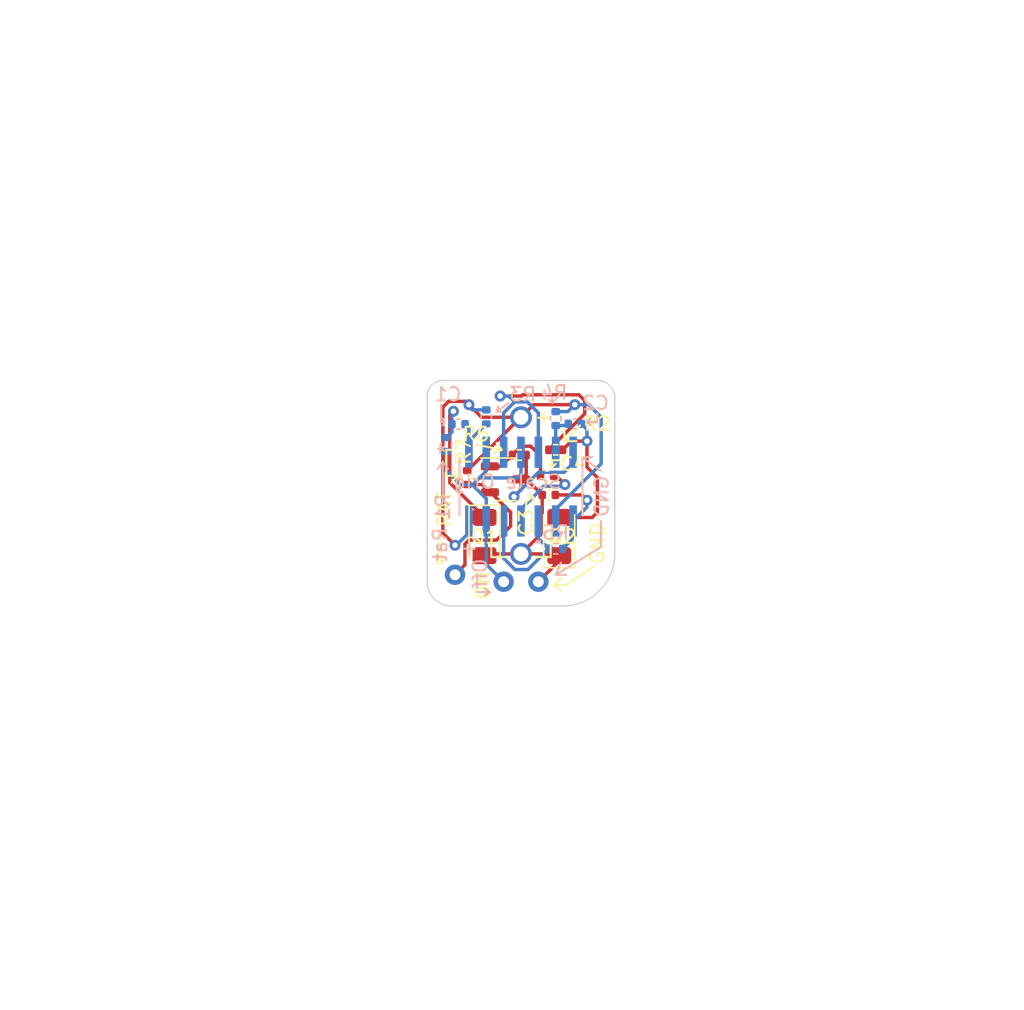
<source format=kicad_pcb>
(kicad_pcb (version 20221018) (generator pcbnew)
  (layers (0 "F.Cu" signal) (31 "B.Cu" signal) (34 "B.Paste" user) (35 "F.Paste" user) (36 "B.SilkS" user "B.Silkscreen") (37 "F.SilkS" user "F.Silkscreen") (38 "B.Mask" user) (39 "F.Mask" user) (44 "Edge.Cuts" user))
  (net 0 "")
  (net 1 "Net-(Q1-C)")
  (net 2 "Net-(C1-Pad2)")
  (net 3 "Net-(Q2-E)")
  (net 4 "Net-(C2-Pad2)")
  (net 5 "0")
  (net 6 "Net-(C3-Pad2)")
  (net 7 "Net-(C4-Pad1)")
  (net 8 "Net-(Q3-B)")
  (net 9 "Net-(Q3-C)")
  (net 10 "Net-(R1-Pad1)")
  (net 11 "Net-(R2-Pad2)")
  (net 12 "+3.3V")
  (net 13 "Net-(R5-Pad2)")
  (footprint "Resistor_SMD:R_0402_1005Metric" (layer "F.Cu") (at 117.983 104.521)
    (fp_text reference "R6" (at -3.175 -1.524) (layer "F.SilkS"))
    (fp_text value "330k")
    (fp_line (start -0.153641 -0.38) (end 0.153641 -0.38) (stroke (width 0.12)) (layer "F.SilkS"))
    (fp_line (start -0.153641 0.38) (end 0.153641 0.38) (stroke (width 0.12)) (layer "F.SilkS"))
    (pad "1" smd roundrect (at -0.51 0) (size 0.54 0.64) (layers "F.Cu" "F.Paste" "F.Mask") (net 8 "Net-(Q3-B)"))
    (pad "2" smd roundrect (at 0.51 0) (size 0.54 0.64) (layers "F.Cu" "F.Paste" "F.Mask") (net 5 "0"))
  )
  (footprint "Library:Small Mounting Hole" (layer "F.Cu") (at 113.284 113.284)
    (fp_text reference "RAT" (at -0.762 -4.826 90) (layer "F.SilkS"))
    (fp_text value "TestPoint")
    (pad "1" thru_hole circle (at 0 0) (size 1.2 1.2) (drill 0.8) (layers "*.Cu" "*.Mask") (net 9 "Net-(Q3-C)"))
    (pad "1" connect circle (at 0 0) (size 1.4 1.4) (layers "F.Cu" "F.Mask") (net 9 "Net-(Q3-C)"))
    (pad "1" connect circle (at 0 0) (size 1.5 1.5) (layers "B.Cu" "B.Mask") (net 9 "Net-(Q3-C)"))
  )
  (footprint "Resistor_SMD:R_0402_1005Metric" (layer "F.Cu") (at 120.65 104.14 180)
    (fp_text reference "R2" (at -3.048 1.905) (layer "F.SilkS"))
    (fp_text value "82k")
    (fp_line (start -0.153641 -0.38) (end 0.153641 -0.38) (stroke (width 0.12)) (layer "F.SilkS"))
    (fp_line (start -0.153641 0.38) (end 0.153641 0.38) (stroke (width 0.12)) (layer "F.SilkS"))
    (pad "1" smd roundrect (at -0.51 0 180) (size 0.54 0.64) (layers "F.Cu" "F.Paste" "F.Mask") (net 3 "Net-(Q2-E)"))
    (pad "2" smd roundrect (at 0.51 0 180) (size 0.54 0.64) (layers "F.Cu" "F.Paste" "F.Mask") (net 11 "Net-(R2-Pad2)"))
  )
  (footprint "Capacitor_SMD:C_0402_1005Metric" (layer "F.Cu") (at 120.142 107.442)
    (fp_text reference "C3" (at -1.651 2.032 90) (layer "F.SilkS"))
    (fp_text value "1u")
    (fp_line (start -0.107836 -0.36) (end 0.107836 -0.36) (stroke (width 0.12)) (layer "F.SilkS"))
    (fp_line (start -0.107836 0.36) (end 0.107836 0.36) (stroke (width 0.12)) (layer "F.SilkS"))
    (pad "1" smd roundrect (at -0.48 0) (size 0.56 0.62) (layers "F.Cu" "F.Paste" "F.Mask") (net 5 "0"))
    (pad "2" smd roundrect (at 0.48 0) (size 0.56 0.62) (layers "F.Cu" "F.Paste" "F.Mask") (net 6 "Net-(C3-Pad2)"))
  )
  (footprint "Capacitor_SMD:C_0402_1005Metric" (layer "F.Cu") (at 120.015 106.045 180)
    (fp_text reference "C4" (at -1.905 0.889) (layer "F.SilkS"))
    (fp_text value "10n")
    (fp_line (start -0.107836 -0.36) (end 0.107836 -0.36) (stroke (width 0.12)) (layer "F.SilkS"))
    (fp_line (start -0.107836 0.36) (end 0.107836 0.36) (stroke (width 0.12)) (layer "F.SilkS"))
    (pad "1" smd roundrect (at -0.48 0 180) (size 0.56 0.62) (layers "F.Cu" "F.Paste" "F.Mask") (net 7 "Net-(C4-Pad1)"))
    (pad "2" smd roundrect (at 0.48 0 180) (size 0.56 0.62) (layers "F.Cu" "F.Paste" "F.Mask") (net 8 "Net-(Q3-B)"))
  )
  (footprint "LED_SMD:LED_1206_3216Metric" (layer "F.Cu") (at 115.443 110.487 -90)
    (fp_text reference "Q1" (at 0.003 0 -180) (layer "F.SilkS"))
    (fp_text value "Q_Photo_NPN")
    (fp_line (start -2.285 -1.135) (end -2.285 1.135) (stroke (width 0.12)) (layer "F.SilkS"))
    (fp_line (start -2.285 1.135) (end 1.6 1.135) (stroke (width 0.12)) (layer "F.SilkS"))
    (fp_line (start 1.6 -1.135) (end -2.285 -1.135) (stroke (width 0.12)) (layer "F.SilkS"))
    (pad "1" smd roundrect (at -1.4 0 270) (size 1.25 1.75) (layers "F.Cu" "F.Paste" "F.Mask") (roundrect_rratio 0.2) (net 1 "Net-(Q1-C)"))
    (pad "2" smd roundrect (at 1.4 0 270) (size 1.25 1.75) (layers "F.Cu" "F.Paste" "F.Mask") (roundrect_rratio 0.2) (net 5 "0"))
  )
  (footprint "Library:Small Mounting Hole" (layer "F.Cu") (at 116.84 113.792)
    (fp_text reference "ON" (at -1.524 0.254 90) (layer "F.SilkS"))
    (fp_text value "TestPoint")
    (pad "1" thru_hole circle (at 0 0) (size 1.2 1.2) (drill 0.8) (layers "*.Cu" "*.Mask") (net 10 "Net-(R1-Pad1)"))
    (pad "1" connect circle (at 0 0) (size 1.4 1.4) (layers "F.Cu" "F.Mask") (net 10 "Net-(R1-Pad1)"))
    (pad "1" connect circle (at 0 0) (size 1.5 1.5) (layers "B.Cu" "B.Mask") (net 10 "Net-(R1-Pad1)"))
  )
  (footprint "Package_TO_SOT_SMD:SOT-23-3" (layer "F.Cu") (at 116.9725 106.299)
    (fp_text reference "Q3" hide)
    (fp_text value "Q_NPN_BCE")
    (fp_line (start 0 -1.56) (end -1.8 -1.56) (stroke (width 0.12)) (layer "F.SilkS"))
    (fp_line (start 0 -1.56) (end 0.8 -1.56) (stroke (width 0.12)) (layer "F.SilkS"))
    (fp_line (start 0 1.56) (end -0.8 1.56) (stroke (width 0.12)) (layer "F.SilkS"))
    (fp_line (start 0 1.56) (end 0.8 1.56) (stroke (width 0.12)) (layer "F.SilkS"))
    (pad "1" smd roundrect (at -1.1375 -0.95) (size 1.325 0.6) (layers "F.Cu" "F.Paste" "F.Mask") (net 8 "Net-(Q3-B)"))
    (pad "2" smd roundrect (at -1.1375 0.95) (size 1.325 0.6) (layers "F.Cu" "F.Paste" "F.Mask") (net 9 "Net-(Q3-C)"))
    (pad "3" smd roundrect (at 1.1375 0) (size 1.325 0.6) (layers "F.Cu" "F.Paste" "F.Mask") (net 5 "0"))
  )
  (footprint "Resistor_SMD:R_0402_1005Metric" (layer "F.Cu") (at 114.173 106.172 -90)
    (fp_text reference "R7" (at -1.905 0.254 90) (layer "F.SilkS"))
    (fp_text value "33k")
    (fp_line (start -0.153641 -0.38) (end 0.153641 -0.38) (stroke (width 0.12)) (layer "F.SilkS"))
    (fp_line (start -0.153641 0.38) (end 0.153641 0.38) (stroke (width 0.12)) (layer "F.SilkS"))
    (pad "1" smd roundrect (at -0.51 0 270) (size 0.54 0.64) (layers "F.Cu" "F.Paste" "F.Mask") (net 12 "+3.3V"))
    (pad "2" smd roundrect (at 0.51 0 270) (size 0.54 0.64) (layers "F.Cu" "F.Paste" "F.Mask") (net 9 "Net-(Q3-C)"))
  )
  (footprint "Library:Small Mounting Hole" (layer "F.Cu") (at 119.38 113.792)
    (fp_text reference "GND" (at 4.318 -2.794 90) (layer "F.SilkS"))
    (fp_text value "TestPoint")
    (pad "1" thru_hole circle (at 0 0) (size 1.2 1.2) (drill 0.8) (layers "*.Cu" "*.Mask") (net 5 "0"))
    (pad "1" connect circle (at 0 0) (size 1.4 1.4) (layers "F.Cu" "F.Mask") (net 5 "0"))
    (pad "1" connect circle (at 0 0) (size 1.5 1.5) (layers "B.Cu" "B.Mask") (net 5 "0"))
  )
  (footprint "LED_SMD:LED_1206_3216Metric" (layer "F.Cu") (at 120.904 110.49 90)
    (fp_text reference "Q2" (at 0 0.254 180) (layer "F.SilkS"))
    (fp_text value "Q_Photo_NPN")
    (fp_line (start -2.285 -1.135) (end -2.285 1.135) (stroke (width 0.12)) (layer "F.SilkS"))
    (fp_line (start -2.285 1.135) (end 1.6 1.135) (stroke (width 0.12)) (layer "F.SilkS"))
    (fp_line (start 1.6 -1.135) (end -2.285 -1.135) (stroke (width 0.12)) (layer "F.SilkS"))
    (pad "1" smd roundrect (at -1.4 0 90) (size 1.25 1.75) (layers "F.Cu" "F.Paste" "F.Mask") (roundrect_rratio 0.2) (net 5 "0"))
    (pad "2" smd roundrect (at 1.4 0 90) (size 1.25 1.75) (layers "F.Cu" "F.Paste" "F.Mask") (roundrect_rratio 0.2) (net 3 "Net-(Q2-E)"))
  )
  (footprint "Library:BR1225A&slash_HBN_PAN" (layer "F.Cu") (at 118.11 101.76)
    (fp_text reference "+" (at 1.651 -0.033 unlocked) (layer "F.SilkS"))
    (fp_text value "Battery")
    (fp_line (start -2.1717 8.479827) (end -2.1717 10.227005) (stroke (width 0.1524)) (layer "F.SilkS"))
    (fp_line (start -2.1717 10.227005) (end -1.109863 10.227005) (stroke (width 0.1524)) (layer "F.SilkS"))
    (fp_line (start 1.109863 10.227005) (end 2.1717 10.227005) (stroke (width 0.1524)) (layer "F.SilkS"))
    (fp_line (start 2.1717 10.227005) (end 2.1717 8.479827) (stroke (width 0.1524)) (layer "F.SilkS"))
    (pad "1" thru_hole circle (at 0 0) (size 1.6002 1.6002) (drill 1.0922) (layers "*.Cu" "*.Mask") (net 12 "+3.3V"))
    (pad "2" thru_hole circle (at 0 10) (size 1.6002 1.6002) (drill 1.0922) (layers "*.Cu" "*.Mask") (net 5 "0"))
  )
  (footprint "Capacitor_SMD:C_0402_1005Metric" (layer "B.Cu") (at 122.047 102.235 180)
    (fp_text reference "C2" (at -1.524 1.524) (layer "B.SilkS") (effects (justify mirror)))
    (fp_text value "100p")
    (fp_line (start -0.107836 -0.36) (end 0.107836 -0.36) (stroke (width 0.12)) (layer "B.SilkS"))
    (fp_line (start -0.107836 0.36) (end 0.107836 0.36) (stroke (width 0.12)) (layer "B.SilkS"))
    (pad "1" smd roundrect (at -0.48 0 180) (size 0.56 0.62) (layers "B.Cu" "B.Paste" "B.Mask") (net 3 "Net-(Q2-E)"))
    (pad "2" smd roundrect (at 0.48 0 180) (size 0.56 0.62) (layers "B.Cu" "B.Paste" "B.Mask") (net 4 "Net-(C2-Pad2)"))
  )
  (footprint "Capacitor_SMD:C_0402_1005Metric" (layer "B.Cu") (at 113.538 102.2604)
    (fp_text reference "C1" (at -0.762 -2.1844) (layer "B.SilkS") (effects (justify mirror)))
    (fp_text value "100p")
    (fp_line (start -0.107836 -0.36) (end 0.107836 -0.36) (stroke (width 0.12)) (layer "B.SilkS"))
    (fp_line (start -0.107836 0.36) (end 0.107836 0.36) (stroke (width 0.12)) (layer "B.SilkS"))
    (pad "1" smd roundrect (at -0.48 0) (size 0.56 0.62) (layers "B.Cu" "B.Paste" "B.Mask") (net 1 "Net-(Q1-C)"))
    (pad "2" smd roundrect (at 0.48 0) (size 0.56 0.62) (layers "B.Cu" "B.Paste" "B.Mask") (net 2 "Net-(C1-Pad2)"))
  )
  (footprint "Resistor_SMD:R_0402_1005Metric" (layer "B.Cu") (at 120.65 101.854 -90)
    (fp_text reference "R4" (at -1.905 0.127 -180) (layer "B.SilkS") (effects (justify mirror)))
    (fp_text value "2.2M")
    (fp_line (start -0.153641 -0.38) (end 0.153641 -0.38) (stroke (width 0.12)) (layer "B.SilkS"))
    (fp_line (start -0.153641 0.38) (end 0.153641 0.38) (stroke (width 0.12)) (layer "B.SilkS"))
    (pad "1" smd roundrect (at -0.51 0 270) (size 0.54 0.64) (layers "B.Cu" "B.Paste" "B.Mask") (net 12 "+3.3V"))
    (pad "2" smd roundrect (at 0.51 0 270) (size 0.54 0.64) (layers "B.Cu" "B.Paste" "B.Mask") (net 4 "Net-(C2-Pad2)"))
  )
  (footprint "Library:CD4093_SOIC" (layer "B.Cu") (at 118.11 106.8324 -90)
    (fp_text reference "U1" hide)
    (fp_text value "HEF4093B")
    (fp_text user "*" (at -2.7686 5.5118 90 unlocked) (layer "B.SilkS") (effects (justify mirror)))
    (fp_text user "*" (at -2.7686 5.5118 90) (layer "B.SilkS") (effects (justify mirror)))
    (fp_line (start -2.1209 -4.4958) (end 2.1209 -4.4958) (stroke (width 0.1524)) (layer "B.SilkS"))
    (fp_line (start 2.1209 4.4958) (end -2.1209 4.4958) (stroke (width 0.1524)) (layer "B.SilkS"))
    (fp_poly (pts (xy 4.1656 -1.0795) (xy 4.1656 -1.4605) (xy 3.9116 -1.4605) (xy 3.9116 -1.0795)) (fill solid) (layer "B.SilkS"))
    (pad "1" smd rect (at -2.5146 3.81 270) (size 2.286 0.5588) (layers "B.Cu" "B.Paste" "B.Mask") (net 2 "Net-(C1-Pad2)"))
    (pad "2" smd rect (at -2.5146 2.54 270) (size 2.286 0.5588) (layers "B.Cu" "B.Paste" "B.Mask") (net 10 "Net-(R1-Pad1)"))
    (pad "3" smd rect (at -2.5146 1.27 270) (size 2.286 0.5588) (layers "B.Cu" "B.Paste" "B.Mask") (net 11 "Net-(R2-Pad2)"))
    (pad "4" smd rect (at -2.5146 0 270) (size 2.286 0.5588) (layers "B.Cu" "B.Paste" "B.Mask") (net 10 "Net-(R1-Pad1)"))
    (pad "5" smd rect (at -2.5146 -1.27 270) (size 2.286 0.5588) (layers "B.Cu" "B.Paste" "B.Mask") (net 11 "Net-(R2-Pad2)"))
    (pad "6" smd rect (at -2.5146 -2.54 270) (size 2.286 0.5588) (layers "B.Cu" "B.Paste" "B.Mask") (net 4 "Net-(C2-Pad2)"))
    (pad "7" smd rect (at -2.5146 -3.81 270) (size 2.286 0.5588) (layers "B.Cu" "B.Paste" "B.Mask") (net 5 "0"))
    (pad "8" smd rect (at 2.5146 -3.81 270) (size 2.286 0.5588) (layers "B.Cu" "B.Paste" "B.Mask") (net 6 "Net-(C3-Pad2)"))
    (pad "9" smd rect (at 2.5146 -2.54 270) (size 2.286 0.5588) (layers "B.Cu" "B.Paste" "B.Mask") (net 12 "+3.3V"))
    (pad "10" smd rect (at 2.5146 -1.27 270) (size 2.286 0.5588) (layers "B.Cu" "B.Paste" "B.Mask") (net 13 "Net-(R5-Pad2)"))
    (pad "11" smd rect (at 2.5146 0 270) (size 2.286 0.5588) (layers "B.Cu" "B.Paste" "B.Mask") (net 7 "Net-(C4-Pad1)"))
    (pad "12" smd rect (at 2.5146 1.27 270) (size 2.286 0.5588) (layers "B.Cu" "B.Paste" "B.Mask") (net 13 "Net-(R5-Pad2)"))
    (pad "13" smd rect (at 2.5146 2.54 270) (size 2.286 0.5588) (layers "B.Cu" "B.Paste" "B.Mask") (net 10 "Net-(R1-Pad1)"))
    (pad "14" smd rect (at 2.5146 3.81 270) (size 2.286 0.5588) (layers "B.Cu" "B.Paste" "B.Mask") (net 12 "+3.3V"))
  )
  (footprint "Resistor_SMD:R_0402_1005Metric" (layer "B.Cu") (at 112.649 103.759 90)
    (fp_text reference "R1" (at -4.572 -0.254 90) (layer "B.SilkS") (effects (justify mirror)))
    (fp_text value "82k")
    (fp_line (start -0.153641 -0.38) (end 0.153641 -0.38) (stroke (width 0.12)) (layer "B.SilkS"))
    (fp_line (start -0.153641 0.38) (end 0.153641 0.38) (stroke (width 0.12)) (layer "B.SilkS"))
    (pad "1" smd roundrect (at -0.51 0 90) (size 0.54 0.64) (layers "B.Cu" "B.Paste" "B.Mask") (net 10 "Net-(R1-Pad1)"))
    (pad "2" smd roundrect (at 0.51 0 90) (size 0.54 0.64) (layers "B.Cu" "B.Paste" "B.Mask") (net 1 "Net-(Q1-C)"))
  )
  (footprint "Resistor_SMD:R_0402_1005Metric" (layer "B.Cu") (at 115.57 101.727 90)
    (fp_text reference "R3" (at 1.651 2.667 180) (layer "B.SilkS") (effects (justify mirror)))
    (fp_text value "2.2M")
    (fp_line (start -0.153641 -0.38) (end 0.153641 -0.38) (stroke (width 0.12)) (layer "B.SilkS"))
    (fp_line (start -0.153641 0.38) (end 0.153641 0.38) (stroke (width 0.12)) (layer "B.SilkS"))
    (pad "1" smd roundrect (at -0.51 0 90) (size 0.54 0.64) (layers "B.Cu" "B.Paste" "B.Mask") (net 2 "Net-(C1-Pad2)"))
    (pad "2" smd roundrect (at 0.51 0 90) (size 0.54 0.64) (layers "B.Cu" "B.Paste" "B.Mask") (net 12 "+3.3V"))
  )
  (footprint "Resistor_SMD:R_0402_1005Metric" (layer "B.Cu") (at 120.65 111.379 180)
    (fp_text reference "R5" (at 0 1.17) (layer "B.SilkS") (effects (justify mirror)))
    (fp_text value "180k")
    (fp_line (start -0.153641 -0.38) (end 0.153641 -0.38) (stroke (width 0.12)) (layer "B.SilkS"))
    (fp_line (start -0.153641 0.38) (end 0.153641 0.38) (stroke (width 0.12)) (layer "B.SilkS"))
    (pad "1" smd roundrect (at -0.51 0 180) (size 0.54 0.64) (layers "B.Cu" "B.Paste" "B.Mask") (net 6 "Net-(C3-Pad2)"))
    (pad "2" smd roundrect (at 0.51 0 180) (size 0.54 0.64) (layers "B.Cu" "B.Paste" "B.Mask") (net 13 "Net-(R5-Pad2)"))
  )
  (gr_line (start 120.65 113.284) (end 121.412 113.284) (stroke (width 0.15)) (layer "B.SilkS"))
  (gr_line (start 112.395 105.029) (end 112.776 105.537) (stroke (width 0.15)) (layer "B.SilkS"))
  (gr_line (start 112.268 102.108) (end 112.522 102.108) (stroke (width 0.15)) (layer "B.SilkS"))
  (gr_line (start 116.459 100.965) (end 116.332 101.346) (stroke (width 0.15)) (layer "B.SilkS"))
  (gr_line (start 120.396 100.711) (end 120.65 100.457) (stroke (width 0.15)) (layer "B.SilkS"))
  (gr_line (start 123.952 105.664) (end 122.6058 104.7115) (stroke (width 0.15)) (layer "B.SilkS"))
  (gr_line (start 112.395 107.442) (end 112.395 105.029) (stroke (width 0.15)) (layer "B.SilkS"))
  (gr_line (start 112.522 102.108) (end 112.395 101.854) (stroke (width 0.15)) (layer "B.SilkS"))
  (gr_line (start 122.6058 104.7115) (end 123.317 104.648) (stroke (width 0.15)) (layer "B.SilkS"))
  (gr_line (start 114.935 114.554) (end 115.824 114.554) (stroke (width 0.15)) (layer "B.SilkS"))
  (gr_line (start 123.952 109.347) (end 123.952 111.252) (stroke (width 0.15)) (layer "B.SilkS"))
  (gr_line (start 122.936 102.108) (end 123.19 102.362) (stroke (width 0.15)) (layer "B.SilkS"))
  (gr_line (start 123.698 102.108) (end 122.936 102.108) (stroke (width 0.15)) (layer "B.SilkS"))
  (gr_line (start 120.65 113.284) (end 121.031 112.395) (stroke (width 0.15)) (layer "B.SilkS"))
  (gr_line (start 112.395 105.029) (end 112.014 105.537) (stroke (width 0.15)) (layer "B.SilkS"))
  (gr_line (start 116.332 101.346) (end 116.713 101.346) (stroke (width 0.15)) (layer "B.SilkS"))
  (gr_line (start 122.936 102.108) (end 123.19 101.854) (stroke (width 0.15)) (layer "B.SilkS"))
  (gr_line (start 120.396 100.711) (end 120.396 100.33) (stroke (width 0.15)) (layer "B.SilkS"))
  (gr_line (start 115.824 114.554) (end 115.443 114.3) (stroke (width 0.15)) (layer "B.SilkS"))
  (gr_line (start 115.824 114.554) (end 115.443 114.808) (stroke (width 0.15)) (layer "B.SilkS"))
  (gr_line (start 120.396 100.711) (end 120.142 100.457) (stroke (width 0.15)) (layer "B.SilkS"))
  (gr_line (start 112.522 102.108) (end 112.395 102.362) (stroke (width 0.15)) (layer "B.SilkS"))
  (gr_line (start 116.332 101.346) (end 116.459 100.965) (stroke (width 0.15)) (layer "B.SilkS"))
  (gr_line (start 117.221 100.711) (end 116.332 101.346) (stroke (width 0.15)) (layer "B.SilkS"))
  (gr_line (start 112.268 100.838) (end 112.268 102.108) (stroke (width 0.15)) (layer "B.SilkS"))
  (gr_line (start 123.952 111.252) (end 120.65 113.284) (stroke (width 0.15)) (layer "B.SilkS"))
  (gr_line (start 123.698 101.473) (end 123.698 102.108) (stroke (width 0.15)) (layer "B.SilkS"))
  (gr_line (start 123.19 101.854) (end 122.936 102.108) (stroke (width 0.15)) (layer "B.SilkS"))
  (gr_line (start 114.808 103.759) (end 116.713 104.14) (stroke (width 0.15)) (layer "F.SilkS"))
  (gr_line (start 112.141 112.141) (end 112.395 112.395) (stroke (width 0.15)) (layer "F.SilkS"))
  (gr_line (start 120.523 114.046) (end 121.031 113.538) (stroke (width 0.15)) (layer "F.SilkS"))
  (gr_line (start 118.999 107.569) (end 118.618 107.442) (stroke (width 0.15)) (layer "F.SilkS"))
  (gr_line (start 112.395 112.395) (end 112.395 111.887) (stroke (width 0.15)) (layer "F.SilkS"))
  (gr_line (start 120.396 105.41) (end 120.142 105.156) (stroke (width 0.15)) (layer "F.SilkS"))
  (gr_line (start 118.999 107.569) (end 118.999 107.95) (stroke (width 0.15)) (layer "F.SilkS"))
  (gr_line (start 113.411 106.045) (end 113.157 105.537) (stroke (width 0.15)) (layer "F.SilkS"))
  (gr_line (start 120.523 114.046) (end 121.031 114.427) (stroke (width 0.15)) (layer "F.SilkS"))
  (gr_line (start 123.444 112.649) (end 121.412 114.046) (stroke (width 0.15)) (layer "F.SilkS"))
  (gr_line (start 121.285 103.505) (end 121.285 102.616) (stroke (width 0.15)) (layer "F.SilkS"))
  (gr_line (start 118.491 108.331) (end 118.491 107.95) (stroke (width 0.15)) (layer "F.SilkS"))
  (gr_line (start 118.491 107.95) (end 118.999 107.569) (stroke (width 0.15)) (layer "F.SilkS"))
  (gr_line (start 112.141 110.109) (end 112.141 112.141) (stroke (width 0.15)) (layer "F.SilkS"))
  (gr_line (start 121.412 114.046) (end 120.523 114.046) (stroke (width 0.15)) (layer "F.SilkS"))
  (gr_line (start 112.649 104.14) (end 113.03 104.14) (stroke (width 0.15)) (layer "F.SilkS"))
  (gr_line (start 112.649 106.045) (end 113.411 106.045) (stroke (width 0.15)) (layer "F.SilkS"))
  (gr_line (start 113.411 106.045) (end 113.03 106.553) (stroke (width 0.15)) (layer "F.SilkS"))
  (gr_line (start 120.396 104.902) (end 120.904 104.902) (stroke (width 0.15)) (layer "F.SilkS"))
  (gr_line (start 116.713 104.14) (end 116.078 104.394) (stroke (width 0.15)) (layer "F.SilkS"))
  (gr_line (start 112.395 112.395) (end 111.887 112.395) (stroke (width 0.15)) (layer "F.SilkS"))
  (gr_line (start 112.649 104.14) (end 112.649 106.045) (stroke (width 0.15)) (layer "F.SilkS"))
  (gr_line (start 120.396 105.156) (end 120.396 105.41) (stroke (width 0.15)) (layer "F.SilkS"))
  (gr_line (start 120.396 105.156) (end 120.396 104.902) (stroke (width 0.15)) (layer "F.SilkS"))
  (gr_line (start 121.285 103.505) (end 122.174 103.505) (stroke (width 0.15)) (layer "F.SilkS"))
  (gr_line (start 122.428 102.362) (end 121.285 103.505) (stroke (width 0.15)) (layer "F.SilkS"))
  (gr_line (start 116.713 104.14) (end 116.332 103.632) (stroke (width 0.15)) (layer "F.SilkS"))
  (gr_line (start 120.396 105.41) (end 120.65 105.156) (stroke (width 0.15)) (layer "F.SilkS"))
  (gr_arc (start 123.698 99.06) (mid 124.596026 99.431974) (end 124.968 100.33) (stroke (width 0.1)) (layer "Edge.Cuts"))
  (gr_line (start 123.698 99.06) (end 112.395 99.06) (stroke (width 0.1)) (layer "Edge.Cuts"))
  (gr_arc (start 111.252 100.203) (mid 111.586777 99.394777) (end 112.395 99.06) (stroke (width 0.1)) (layer "Edge.Cuts"))
  (gr_arc (start 124.968 111.633) (mid 123.941879 114.364274) (end 121.285 115.57) (stroke (width 0.1)) (layer "Edge.Cuts"))
  (gr_line (start 124.968 100.33) (end 124.968 111.633) (stroke (width 0.1)) (layer "Edge.Cuts"))
  (gr_line (start 111.252 113.792) (end 111.252 100.203) (stroke (width 0.1)) (layer "Edge.Cuts"))
  (gr_line (start 121.285 115.57) (end 113.03 115.57) (stroke (width 0.1)) (layer "Edge.Cuts"))
  (gr_arc (start 113.03 115.57) (mid 111.772764 115.049236) (end 111.252 113.792) (stroke (width 0.1)) (layer "Edge.Cuts"))
  (gr_text "+" (at 115.062 111.887) (layer "B.SilkS") (effects (font (size 1 1)) (justify left bottom mirror)))
  (gr_text "Off" (at 115.697 112.014 90) (layer "B.SilkS") (effects (font (size 1 1)) (justify left bottom mirror)))
  (gr_text "Rat" (at 112.776 109.728 90) (layer "B.SilkS") (effects (font (size 1 1)) (justify left bottom mirror)))
  (gr_text "GND" (at 124.587 105.918 90) (layer "B.SilkS") (effects (font (size 1 1)) (justify left bottom mirror)))
  (gr_text "Scale Orig" (at 121.158 107.061) (layer "B.SilkS") (effects (font (size 1 1)) (justify left bottom mirror)))
  (segment (start 112.903 101.583407) (end 113.168877 101.31753) (width 0.25) (layer "F.Cu") (net 1))
  (segment (start 112.903 106.547) (end 112.903 101.583407) (width 0.25) (layer "F.Cu") (net 1))
  (segment (start 115.443 109.087) (end 112.903 106.547) (width 0.25) (layer "F.Cu") (net 1))
  (via (at 113.168877 101.31753) (size 0.8) (drill 0.4) (layers "F.Cu" "B.Cu") (net 1))
  (segment (start 113.058 102.2604) (end 113.058 101.428407) (width 0.25) (layer "B.Cu") (net 1))
  (segment (start 113.058 101.428407) (end 113.168877 101.31753) (width 0.25) (layer "B.Cu") (net 1))
  (segment (start 113.058 102.84) (end 112.649 103.249) (width 0.25) (layer "B.Cu") (net 1))
  (segment (start 113.058 102.2604) (end 113.058 102.84) (width 0.25) (layer "B.Cu") (net 1))
  (segment (start 114.046 102.2324) (end 114.018 102.2604) (width 0.25) (layer "B.Cu") (net 2))
  (segment (start 114.3 104.3178) (end 114.3 102.5424) (width 0.25) (layer "B.Cu") (net 2))
  (segment (start 114.3 104.3178) (end 114.3 103.507) (width 0.25) (layer "B.Cu") (net 2))
  (segment (start 114.3 102.5424) (end 114.018 102.2604) (width 0.25) (layer "B.Cu") (net 2))
  (segment (start 114.3 103.507) (end 115.57 102.237) (width 0.25) (layer "B.Cu") (net 2))
  (segment (start 120.904 109.09) (end 121.922999 109.09) (width 0.25) (layer "F.Cu") (net 3))
  (segment (start 121.16 104.14) (end 121.795 103.505) (width 0.25) (layer "F.Cu") (net 3))
  (segment (start 121.925999 109.093) (end 123.317 109.093) (width 0.25) (layer "F.Cu") (net 3))
  (segment (start 123.698 108.712) (end 123.698 106.172) (width 0.25) (layer "F.Cu") (net 3))
  (segment (start 121.922999 109.09) (end 121.925999 109.093) (width 0.25) (layer "F.Cu") (net 3))
  (segment (start 123.698 106.172) (end 122.936 105.41) (width 0.25) (layer "F.Cu") (net 3))
  (segment (start 123.317 109.093) (end 123.698 108.712) (width 0.25) (layer "F.Cu") (net 3))
  (segment (start 122.936 105.41) (end 122.936 103.505) (width 0.25) (layer "F.Cu") (net 3))
  (segment (start 121.795 103.505) (end 122.936 103.505) (width 0.25) (layer "F.Cu") (net 3))
  (via (at 122.936 103.505) (size 0.8) (drill 0.4) (layers "F.Cu" "B.Cu") (net 3))
  (segment (start 122.936 103.505) (end 122.936 102.644) (width 0.25) (layer "B.Cu") (net 3))
  (segment (start 122.936 102.644) (end 122.527 102.235) (width 0.25) (layer "B.Cu") (net 3))
  (segment (start 120.65 102.364) (end 121.438 102.364) (width 0.25) (layer "B.Cu") (net 4))
  (segment (start 121.438 102.364) (end 121.567 102.235) (width 0.25) (layer "B.Cu") (net 4))
  (segment (start 120.65 104.3178) (end 120.65 102.364) (width 0.25) (layer "B.Cu") (net 4))
  (segment (start 118.493 104.521) (end 118.493 105.916) (width 0.25) (layer "F.Cu") (net 5))
  (segment (start 119.662 110.208) (end 118.11 111.76) (width 0.25) (layer "F.Cu") (net 5))
  (segment (start 118.493 105.916) (end 118.11 106.299) (width 0.25) (layer "F.Cu") (net 5))
  (segment (start 115.443 111.887) (end 115.57 111.76) (width 0.25) (layer "F.Cu") (net 5))
  (segment (start 118.11 107.061) (end 117.602 107.569) (width 0.25) (layer "F.Cu") (net 5))
  (segment (start 118.519 106.299) (end 119.662 107.442) (width 0.25) (layer "F.Cu") (net 5))
  (segment (start 115.57 111.76) (end 118.11 111.76) (width 0.25) (layer "F.Cu") (net 5))
  (segment (start 120.904 111.89) (end 120.774 111.76) (width 0.25) (layer "F.Cu") (net 5))
  (segment (start 119.662 107.442) (end 119.662 110.208) (width 0.25) (layer "F.Cu") (net 5))
  (segment (start 119.38 113.792) (end 120.904 112.268) (width 0.25) (layer "F.Cu") (net 5))
  (segment (start 118.11 106.299) (end 118.11 107.061) (width 0.25) (layer "F.Cu") (net 5))
  (segment (start 120.774 111.76) (end 118.11 111.76) (width 0.25) (layer "F.Cu") (net 5))
  (segment (start 118.11 106.299) (end 118.519 106.299) (width 0.25) (layer "F.Cu") (net 5))
  (segment (start 120.904 112.268) (end 120.904 111.89) (width 0.25) (layer "F.Cu") (net 5))
  (via (at 117.602 107.569) (size 0.8) (drill 0.4) (layers "F.Cu" "B.Cu") (net 5))
  (segment (start 117.602 107.569) (end 119.3852 105.7858) (width 0.25) (layer "B.Cu") (net 5))
  (segment (start 121.2544 105.7858) (end 121.92 105.1202) (width 0.25) (layer "B.Cu") (net 5))
  (segment (start 121.92 105.1202) (end 121.92 104.3178) (width 0.25) (layer "B.Cu") (net 5))
  (segment (start 119.3852 105.7858) (end 121.2544 105.7858) (width 0.25) (layer "B.Cu") (net 5))
  (segment (start 120.622 107.442) (end 122.555 107.442) (width 0.25) (layer "F.Cu") (net 6))
  (segment (start 122.555 107.442) (end 122.936 107.823) (width 0.25) (layer "F.Cu") (net 6))
  (via (at 122.936 107.823) (size 0.8) (drill 0.4) (layers "F.Cu" "B.Cu") (net 6))
  (segment (start 121.92 110.619) (end 121.16 111.379) (width 0.25) (layer "B.Cu") (net 6))
  (segment (start 122.936 107.823) (end 122.936 108.331) (width 0.25) (layer "B.Cu") (net 6))
  (segment (start 121.92 109.347) (end 121.92 110.619) (width 0.25) (layer "B.Cu") (net 6))
  (segment (start 122.936 108.331) (end 121.92 109.347) (width 0.25) (layer "B.Cu") (net 6))
  (segment (start 120.495 106.045) (end 120.687 106.045) (width 0.25) (layer "F.Cu") (net 7))
  (segment (start 120.687 106.045) (end 121.322 106.68) (width 0.25) (layer "F.Cu") (net 7))
  (via (at 121.322 106.68) (size 0.8) (drill 0.4) (layers "F.Cu" "B.Cu") (net 7))
  (segment (start 118.11 108.4834) (end 119.4054 107.188) (width 0.25) (layer "B.Cu") (net 7))
  (segment (start 118.11 109.347) (end 118.11 108.4834) (width 0.25) (layer "B.Cu") (net 7))
  (segment (start 119.4054 107.188) (end 119.4054 107.1626) (width 0.25) (layer "B.Cu") (net 7))
  (segment (start 119.4054 107.1626) (end 119.761 106.807) (width 0.25) (layer "B.Cu") (net 7))
  (segment (start 119.761 106.807) (end 121.195 106.807) (width 0.25) (layer "B.Cu") (net 7))
  (segment (start 121.195 106.807) (end 121.322 106.68) (width 0.25) (layer "B.Cu") (net 7))
  (segment (start 119.535 106.045) (end 119.535 104.592462) (width 0.25) (layer "F.Cu") (net 8))
  (segment (start 116.645 105.349) (end 117.473 104.521) (width 0.25) (layer "F.Cu") (net 8))
  (segment (start 118.818538 103.876) (end 118.118 103.876) (width 0.25) (layer "F.Cu") (net 8))
  (segment (start 118.118 103.876) (end 117.473 104.521) (width 0.25) (layer "F.Cu") (net 8))
  (segment (start 115.835 105.349) (end 116.645 105.349) (width 0.25) (layer "F.Cu") (net 8))
  (segment (start 119.535 104.592462) (end 118.818538 103.876) (width 0.25) (layer "F.Cu") (net 8))
  (segment (start 113.284 113.284) (end 114.009 112.559) (width 0.25) (layer "F.Cu") (net 9))
  (segment (start 117.348 109.728) (end 117.348 108.712) (width 0.25) (layer "F.Cu") (net 9))
  (segment (start 114.173 106.682) (end 115.268 106.682) (width 0.25) (layer "F.Cu") (net 9))
  (segment (start 116.332 110.744) (end 117.348 109.728) (width 0.25) (layer "F.Cu") (net 9))
  (segment (start 114.009 111.035) (end 114.3 110.744) (width 0.25) (layer "F.Cu") (net 9))
  (segment (start 115.885 107.249) (end 115.835 107.249) (width 0.25) (layer "F.Cu") (net 9))
  (segment (start 114.009 112.559) (end 114.009 111.035) (width 0.25) (layer "F.Cu") (net 9))
  (segment (start 117.348 108.712) (end 115.885 107.249) (width 0.25) (layer "F.Cu") (net 9))
  (segment (start 114.3 110.744) (end 116.332 110.744) (width 0.25) (layer "F.Cu") (net 9))
  (segment (start 115.268 106.682) (end 115.835 107.249) (width 0.25) (layer "F.Cu") (net 9))
  (segment (start 118.11 105.9434) (end 118.11 104.3178) (width 0.25) (layer "B.Cu") (net 10))
  (segment (start 117.856 106.1974) (end 118.11 105.9434) (width 0.25) (layer "B.Cu") (net 10))
  (segment (start 115.57 107.7214) (end 115.57 109.347) (width 0.25) (layer "B.Cu") (net 10))
  (segment (start 115.062 106.1974) (end 115.57 105.6894) (width 0.25) (layer "B.Cu") (net 10))
  (segment (start 115.57 112.522) (end 115.57 109.347) (width 0.25) (layer "B.Cu") (net 10))
  (segment (start 116.84 113.792) (end 115.57 112.522) (width 0.25) (layer "B.Cu") (net 10))
  (segment (start 115.57 105.6894) (end 115.57 104.3178) (width 0.25) (layer "B.Cu") (net 10))
  (segment (start 113.6904 106.7054) (end 114.554 106.7054) (width 0.25) (layer "B.Cu") (net 10))
  (segment (start 115.062 106.1974) (end 117.856 106.1974) (width 0.25) (layer "B.Cu") (net 10))
  (segment (start 112.649 105.664) (end 113.6904 106.7054) (width 0.25) (layer "B.Cu") (net 10))
  (segment (start 114.554 106.7054) (end 115.062 106.1974) (width 0.25) (layer "B.Cu") (net 10))
  (segment (start 112.649 104.269) (end 112.649 105.664) (width 0.25) (layer "B.Cu") (net 10))
  (segment (start 114.554 106.7054) (end 115.57 107.7214) (width 0.25) (layer "B.Cu") (net 10))
  (segment (start 116.586 100.203) (end 118.144132 100.203) (width 0.25) (layer "F.Cu") (net 11))
  (segment (start 122.347305 100.113) (end 122.772 100.537695) (width 0.25) (layer "F.Cu") (net 11))
  (segment (start 118.144132 100.203) (end 118.234132 100.113) (width 0.25) (layer "F.Cu") (net 11))
  (segment (start 122.772 100.537695) (end 122.772 101.508) (width 0.25) (layer "F.Cu") (net 11))
  (segment (start 122.772 101.508) (end 120.14 104.14) (width 0.25) (layer "F.Cu") (net 11))
  (segment (start 118.234132 100.113) (end 122.347305 100.113) (width 0.25) (layer "F.Cu") (net 11))
  (via (at 116.586 100.203) (size 0.8) (drill 0.4) (layers "F.Cu" "B.Cu") (net 11))
  (segment (start 117.212068 100.203) (end 116.586 100.203) (width 0.25) (layer "B.Cu") (net 11))
  (segment (start 116.84 101.438868) (end 117.643968 100.6349) (width 0.25) (layer "B.Cu") (net 11))
  (segment (start 116.586 100.203) (end 116.459 100.203) (width 0.25) (layer "B.Cu") (net 11))
  (segment (start 116.84 104.3178) (end 116.84 101.438868) (width 0.25) (layer "B.Cu") (net 11))
  (segment (start 118.576032 100.6349) (end 119.38 101.438868) (width 0.25) (layer "B.Cu") (net 11))
  (segment (start 117.643968 100.6349) (end 118.576032 100.6349) (width 0.25) (layer "B.Cu") (net 11))
  (segment (start 119.38 101.438868) (end 119.38 104.3178) (width 0.25) (layer "B.Cu") (net 11))
  (segment (start 117.643968 100.6349) (end 117.212068 100.203) (width 0.25) (layer "B.Cu") (net 11))
  (segment (start 114.187749 105.662) (end 118.089749 101.76) (width 0.25) (layer "F.Cu") (net 12))
  (segment (start 114.173 105.662) (end 114.187749 105.662) (width 0.25) (layer "F.Cu") (net 12))
  (segment (start 118.11 101.76) (end 115.222 101.76) (width 0.25) (layer "F.Cu") (net 12))
  (segment (start 112.818919 100.59253) (end 114.05453 100.59253) (width 0.25) (layer "F.Cu") (net 12))
  (segment (start 119.032 100.838) (end 118.11 101.76) (width 0.25) (layer "F.Cu") (net 12))
  (segment (start 118.089749 101.76) (end 118.11 101.76) (width 0.25) (layer "F.Cu") (net 12))
  (segment (start 112.394224 101.017225) (end 112.818919 100.59253) (width 0.25) (layer "F.Cu") (net 12))
  (segment (start 122.047 100.838) (end 119.032 100.838) (width 0.25) (layer "F.Cu") (net 12))
  (segment (start 114.05453 100.59253) (end 114.3 100.838) (width 0.25) (layer "F.Cu") (net 12))
  (segment (start 113.284 111.125) (end 112.394224 110.235224) (width 0.25) (layer "F.Cu") (net 12))
  (segment (start 115.222 101.76) (end 114.3 100.838) (width 0.25) (layer "F.Cu") (net 12))
  (segment (start 112.394224 110.235224) (end 112.394224 101.017225) (width 0.25) (layer "F.Cu") (net 12))
  (via (at 113.284 111.125) (size 0.8) (drill 0.4) (layers "F.Cu" "B.Cu") (net 12))
  (via (at 114.3 100.838) (size 0.8) (drill 0.4) (layers "F.Cu" "B.Cu") (net 12))
  (via (at 122.047 100.838) (size 0.8) (drill 0.4) (layers "F.Cu" "B.Cu") (net 12))
  (segment (start 114.3 109.347) (end 114.3 110.2106) (width 0.25) (layer "B.Cu") (net 12))
  (segment (start 121.541 101.344) (end 122.047 100.838) (width 0.25) (layer "B.Cu") (net 12))
  (segment (start 114.173 100.838) (end 114.173 100.838) (width 0.25) (layer "B.Cu") (net 12))
  (segment (start 114.552 101.217) (end 114.3 100.965) (width 0.25) (layer "B.Cu") (net 12))
  (segment (start 114.3 110.2106) (end 113.3856 111.125) (width 0.25) (layer "B.Cu") (net 12))
  (segment (start 117.602 101.7524) (end 118.618 101.7524) (width 0.25) (layer "B.Cu") (net 12))
  (segment (start 123.9744 101.7494) (end 123.063 100.838) (width 0.25) (layer "B.Cu") (net 12))
  (segment (start 114.3 100.965) (end 114.3 100.838) (width 0.25) (layer "B.Cu") (net 12))
  (segment (start 120.65 108.4834) (end 123.9744 105.159) (width 0.25) (layer "B.Cu") (net 12))
  (segment (start 115.57 101.217) (end 114.552 101.217) (width 0.25) (layer "B.Cu") (net 12))
  (segment (start 120.65 101.344) (end 121.541 101.344) (width 0.25) (layer "B.Cu") (net 12))
  (segment (start 113.3856 111.125) (end 113.284 111.125) (width 0.25) (layer "B.Cu") (net 12))
  (segment (start 123.063 100.838) (end 122.047 100.838) (width 0.25) (layer "B.Cu") (net 12))
  (segment (start 123.9744 105.159) (end 123.9744 101.7494) (width 0.25) (layer "B.Cu") (net 12))
  (segment (start 114.3 100.838) (end 114.173 100.838) (width 0.25) (layer "B.Cu") (net 12))
  (segment (start 120.65 109.347) (end 120.65 108.4834) (width 0.25) (layer "B.Cu") (net 12))
  (segment (start 120.14 111.379) (end 119.38 110.619) (width 0.25) (layer "B.Cu") (net 13))
  (segment (start 116.84 109.347) (end 116.84 112.081132) (width 0.25) (layer "B.Cu") (net 13))
  (segment (start 117.661868 112.903) (end 118.616 112.903) (width 0.25) (layer "B.Cu") (net 13))
  (segment (start 116.84 112.081132) (end 117.661868 112.903) (width 0.25) (layer "B.Cu") (net 13))
  (segment (start 119.38 110.619) (end 119.38 109.347) (width 0.25) (layer "B.Cu") (net 13))
  (segment (start 118.616 112.903) (end 120.14 111.379) (width 0.25) (layer "B.Cu") (net 13))
)
</source>
